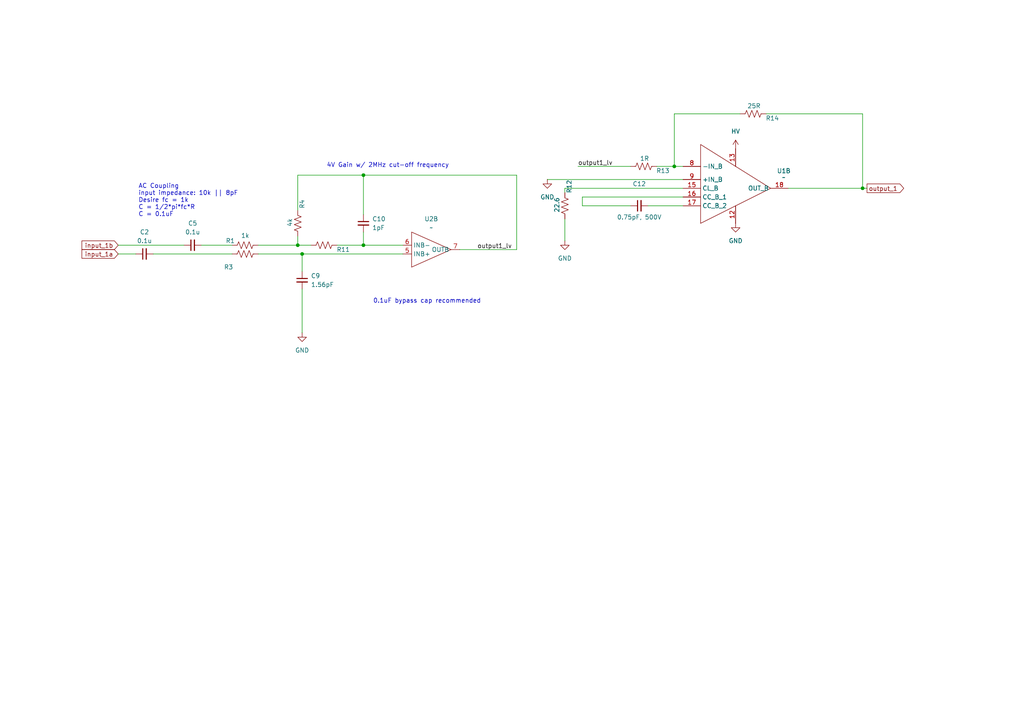
<source format=kicad_sch>
(kicad_sch (version 20231120) (generator "eeschema") (generator_version "8.0")
  (paper "A4")
  (lib_symbols
    (symbol "Device:C_Small" (pin_numbers hide) (pin_names (offset 0.254) hide)
      (property "Reference" "C" (at 0.254 1.778 0))
      (property "Value" "C_Small" (at 0.254 -2.032 0))
      (symbol "C_Small_0_1"
        (polyline (pts (xy -1.524 -0.508) (xy 1.524 -0.508)) (stroke (width 0.3302)))
        (polyline (pts (xy -1.524 0.508) (xy 1.524 0.508)) (stroke (width 0.3048)))
      )
      (symbol "C_Small_1_1"
        (pin passive line (at 0 2.54 270) (length 2.032) (name "~") (number "1"))
        (pin passive line (at 0 -2.54 90) (length 2.032) (name "~") (number "2"))
      )
    )
    (symbol "Device:R_US" (pin_numbers hide) (pin_names (offset 0))
      (property "Reference" "R" (at 2.54 0 90))
      (property "Value" "R_US" (at -2.54 0 90))
      (symbol "R_US_0_1"
        (polyline (pts (xy 0 -2.286) (xy 0 -2.54)))
        (polyline (pts (xy 0 2.286) (xy 0 2.54)))
        (polyline (pts (xy 0 -0.762) (xy 1.016 -1.143) (xy 0 -1.524) (xy -1.016 -1.905) (xy 0 -2.286)))
        (polyline (pts (xy 0 0.762) (xy 1.016 0.381) (xy 0 0) (xy -1.016 -0.381) (xy 0 -0.762)))
        (polyline (pts (xy 0 2.286) (xy 1.016 1.905) (xy 0 1.524) (xy -1.016 1.143) (xy 0 0.762)))
      )
      (symbol "R_US_1_1"
        (pin passive line (at 0 3.81 270) (length 1.27) (name "~") (number "1"))
        (pin passive line (at 0 -3.81 90) (length 1.27) (name "~") (number "2"))
      )
    )
    (symbol "_PHASE:OPA221A_2UNITS"
      (property "Reference" "U" (at -1.016 -1.524 0))
      (symbol "OPA221A_2UNITS_1_1"
        (polyline (pts (xy 0 0) (xy 0 10.16) (xy 11.43 5.08) (xy 0 0)))
        (pin input line (at 13.97 5.08 180) (length 2.54) (name "OUTA") (number "1"))
        (pin input line (at -2.54 6.35 0) (length 2.54) (name "INA-") (number "2"))
        (pin input line (at -2.54 3.81 0) (length 2.54) (name "INA+") (number "3"))
        (pin power_in line (at 6.35 0 90) (length 2.54) (name "") (number "4"))
        (pin power_in line (at 6.35 10.16 270) (length 2.54) (name "") (number "8"))
        (pin power_in line (at -2.54 1.27 0) (length 2.54) (name "EPAD") (number "EPAD"))
      )
      (symbol "OPA221A_2UNITS_2_1"
        (polyline (pts (xy 0 0) (xy 0 10.16) (xy 11.43 5.08) (xy 0 0)))
        (pin input line (at -2.54 3.81 0) (length 2.54) (name "INB+") (number "5"))
        (pin input line (at -2.54 6.35 0) (length 2.54) (name "INB-") (number "6"))
        (pin input line (at 13.97 5.08 180) (length 2.54) (name "OUTB") (number "7"))
      )
    )
    (symbol "_PHASE:PA343_2Units"
      (property "Reference" "U" (at 0 0 0))
      (symbol "PA343_2Units_1_1"
        (polyline (pts (xy 0 -3.81) (xy 0 19.05) (xy 20.32 6.35) (xy 0 -3.81)))
        (pin passive line (at 10.16 17.78 270) (length 5.08) (name "") (number "1"))
        (pin passive line (at -5.08 -1.27 0) (length 5.08) hide (name "NC_3") (number "10"))
        (pin passive line (at -5.08 -1.27 0) (length 5.08) hide (name "NC_4") (number "11"))
        (pin passive line (at -5.08 -1.27 0) (length 5.08) hide (name "NC_5") (number "14"))
        (pin passive line (at -5.08 -1.27 0) (length 5.08) hide (name "NC_6") (number "19"))
        (pin passive line (at -5.08 -1.27 0) (length 5.08) hide (name "NC_1") (number "2"))
        (pin passive line (at -5.08 12.7 0) (length 5.08) (name "-IN_A") (number "20"))
        (pin passive line (at -5.08 8.89 0) (length 5.08) (name "+IN_A") (number "21"))
        (pin passive line (at -5.08 -1.27 0) (length 5.08) hide (name "NC_7") (number "22"))
        (pin passive line (at -5.08 -1.27 0) (length 5.08) hide (name "NC_8") (number "23"))
        (pin passive line (at 10.16 -3.81 90) (length 5.08) (name "") (number "24"))
        (pin passive line (at -5.08 6.35 0) (length 5.08) (name "CL_A") (number "3"))
        (pin passive line (at -5.08 3.81 0) (length 5.08) (name "CC_A_1") (number "4"))
        (pin passive line (at -5.08 1.27 0) (length 5.08) (name "CC_A_2") (number "5"))
        (pin passive line (at 25.4 6.35 180) (length 5.08) (name "OUT_A") (number "6"))
        (pin passive line (at -5.08 -1.27 0) (length 5.08) hide (name "NC_2") (number "7"))
      )
      (symbol "PA343_2Units_2_1"
        (polyline (pts (xy 0 3.81) (xy 0 26.67) (xy 20.32 13.97) (xy 0 3.81)))
        (pin passive line (at 10.16 3.81 90) (length 5.08) (name "") (number "12"))
        (pin passive line (at 10.16 25.4 270) (length 5.08) (name "") (number "13"))
        (pin passive line (at -5.08 13.97 0) (length 5.08) (name "CL_B") (number "15"))
        (pin passive line (at -5.08 11.43 0) (length 5.08) (name "CC_B_1") (number "16"))
        (pin passive line (at -5.08 8.89 0) (length 5.08) (name "CC_B_2") (number "17"))
        (pin passive line (at 25.4 13.97 180) (length 5.08) (name "OUT_B") (number "18"))
        (pin passive line (at -5.08 20.32 0) (length 5.08) (name "-IN_B") (number "8"))
        (pin passive line (at -5.08 16.51 0) (length 5.08) (name "+IN_B") (number "9"))
      )
    )
    (symbol "power:+12V" (power) (pin_numbers hide) (pin_names (offset 0) hide)
      (property "Value" "+12V" (at 0 3.556 0))
      (symbol "+12V_0_1"
        (polyline (pts (xy -0.762 1.27) (xy 0 2.54)))
        (polyline (pts (xy 0 0) (xy 0 2.54)))
        (polyline (pts (xy 0 2.54) (xy 0.762 1.27)))
      )
      (symbol "+12V_1_1"
        (pin power_in line (at 0 0 90) (length 0) (name "~") (number "1"))
      )
    )
    (symbol "power:GND" (power) (pin_numbers hide) (pin_names (offset 0) hide)
      (property "Value" "GND" (at 0 -3.81 0))
      (symbol "GND_0_1"
        (polyline (pts (xy 0 0) (xy 0 -1.27) (xy 1.27 -1.27) (xy 0 -2.54) (xy -1.27 -1.27) (xy 0 -1.27)))
      )
      (symbol "GND_1_1"
        (pin power_in line (at 0 0 270) (length 0) (name "~") (number "1"))
      )
    )
  )
  (junction (at 250.19 54.61))
  (junction (at 86.36 71.12))
  (junction (at 105.41 71.12))
  (junction (at 195.58 48.26))
  (junction (at 105.41 50.8))
  (junction (at 87.63 73.66))
  (wire (pts (xy 190.5 48.26) (xy 195.58 48.26)))
  (wire (pts (xy 168.91 59.69) (xy 168.91 57.15)))
  (wire (pts (xy 86.36 50.8) (xy 105.41 50.8)))
  (wire (pts (xy 133.35 72.39) (xy 149.86 72.39)))
  (wire (pts (xy 74.93 73.66) (xy 87.63 73.66)))
  (wire (pts (xy 195.58 33.02) (xy 195.58 48.26)))
  (wire (pts (xy 34.29 73.66) (xy 39.37 73.66)))
  (wire (pts (xy 105.41 50.8) (xy 149.86 50.8)))
  (wire (pts (xy 187.96 59.69) (xy 198.12 59.69)))
  (wire (pts (xy 182.88 59.69) (xy 168.91 59.69)))
  (wire (pts (xy 105.41 71.12) (xy 97.79 71.12)))
  (wire (pts (xy 86.36 50.8) (xy 86.36 60.96)))
  (wire (pts (xy 105.41 50.8) (xy 105.41 62.23)))
  (wire (pts (xy 250.19 54.61) (xy 251.46 54.61)))
  (wire (pts (xy 105.41 67.31) (xy 105.41 71.12)))
  (wire (pts (xy 87.63 73.66) (xy 116.84 73.66)))
  (wire (pts (xy 163.83 54.61) (xy 163.83 55.88)))
  (wire (pts (xy 163.83 54.61) (xy 198.12 54.61)))
  (wire (pts (xy 214.63 33.02) (xy 195.58 33.02)))
  (wire (pts (xy 168.91 57.15) (xy 198.12 57.15)))
  (wire (pts (xy 44.45 73.66) (xy 67.31 73.66)))
  (wire (pts (xy 158.75 52.07) (xy 198.12 52.07)))
  (wire (pts (xy 87.63 83.82) (xy 87.63 96.52)))
  (wire (pts (xy 167.64 48.26) (xy 182.88 48.26)))
  (wire (pts (xy 163.83 63.5) (xy 163.83 69.85)))
  (wire (pts (xy 58.42 71.12) (xy 67.31 71.12)))
  (wire (pts (xy 149.86 50.8) (xy 149.86 72.39)))
  (wire (pts (xy 116.84 71.12) (xy 105.41 71.12)))
  (wire (pts (xy 86.36 68.58) (xy 86.36 71.12)))
  (wire (pts (xy 87.63 73.66) (xy 87.63 78.74)))
  (wire (pts (xy 86.36 71.12) (xy 90.17 71.12)))
  (wire (pts (xy 228.6 54.61) (xy 250.19 54.61)))
  (wire (pts (xy 74.93 71.12) (xy 86.36 71.12)))
  (wire (pts (xy 34.29 71.12) (xy 53.34 71.12)))
  (wire (pts (xy 195.58 48.26) (xy 198.12 48.26)))
  (wire (pts (xy 250.19 54.61) (xy 250.19 33.02)))
  (wire (pts (xy 222.25 33.02) (xy 250.19 33.02)))
  (text "AC Coupling\ninput impedance: 10k || 8pF\nDesire fc = 1k\nC = 1/2*pi*fc*R\nC = 0.1uF" (at 40.132 58.166 0) (effects (font (size 1.27 1.27)) (justify left)))
  (text "0.1uF bypass cap recommended\n" (at 108.204 87.376 0) (effects (font (size 1.27 1.27)) (justify left)))
  (text "4V Gain w/ 2MHz cut-off frequency" (at 94.742 48.006 0) (effects (font (size 1.27 1.27)) (justify left)))
  (label "output1_lv" (at 138.43 72.39 0))
  (label "output1_lv" (at 167.64 48.26 0))
  (global_label "output_1" (shape output) (at 251.46 54.61 0) (property "Intersheetrefs" "${INTERSHEET_REFS}" (effects (hide yes))))
  (global_label "input_1b" (shape input) (at 34.29 71.12 180) (property "Intersheetrefs" "${INTERSHEET_REFS}" (effects (hide yes))))
  (global_label "input_1a" (shape input) (at 34.29 73.66 180) (property "Intersheetrefs" "${INTERSHEET_REFS}" (effects (hide yes))))
  (symbol (lib_id "Device:R_US") (at 86.36 64.77 0) (unit 1)
    (property "Reference" "R4" (at 87.63 59.182 90))
    (property "Value" "4k" (at 84.074 64.516 90))
    (property "Footprint" "Resistor_SMD:R_0603_1608Metric" (effects (hide yes)))
    (property "Description" "Resistor, US symbol" (effects (hide yes)))
  )
  (symbol (lib_id "Device:C_Small") (at 55.88 71.12 90) (unit 1)
    (property "Reference" "C5" (at 55.8863 64.77 90))
    (property "Value" "0.1u" (at 55.8863 67.31 90))
    (property "Footprint" "Capacitor_SMD:C_0603_1608Metric" (effects (hide yes)))
    (property "Description" "Unpolarized capacitor, small symbol" (effects (hide yes)))
  )
  (symbol (lib_id "Device:C_Small") (at 41.91 73.66 90) (unit 1)
    (property "Reference" "C2" (at 41.9163 67.31 90))
    (property "Value" "0.1u" (at 41.9163 69.85 90))
    (property "Footprint" "Capacitor_SMD:C_0603_1608Metric" (effects (hide yes)))
    (property "Description" "Unpolarized capacitor, small symbol" (effects (hide yes)))
  )
  (symbol (lib_id "Device:R_US") (at 71.12 71.12 270) (unit 1)
    (property "Reference" "R1" (at 66.802 69.85 90))
    (property "Value" "1k" (at 71.12 68.326 90))
    (property "Footprint" "Resistor_SMD:R_0603_1608Metric" (effects (hide yes)))
    (property "Description" "Resistor, US symbol" (effects (hide yes)))
  )
  (symbol (lib_id "power:GND") (at 87.63 96.52 0) (unit 1)
    (property "Reference" "#PWR01" (effects (hide yes)))
    (property "Value" "GND" (at 87.63 101.6 0))
    (property "Description" "Power symbol creates a global label with name \"GND\" , ground" (effects (hide yes)))
  )
  (symbol (lib_id "Device:C_Small") (at 87.63 81.28 0) (unit 1)
    (property "Reference" "C9" (at 90.17 80.0162 0) (effects (justify left)))
    (property "Value" "1.56pF" (at 90.17 82.5562 0) (effects (justify left)))
    (property "Footprint" "Capacitor_SMD:C_0603_1608Metric" (effects (hide yes)))
    (property "Description" "Unpolarized capacitor, small symbol" (effects (hide yes)))
  )
  (symbol (lib_id "Device:R_US") (at 186.69 48.26 270) (unit 1)
    (property "Reference" "R13" (at 192.278 49.53 90))
    (property "Value" "1R" (at 186.944 45.974 90))
    (property "Footprint" "Resistor_SMD:R_0603_1608Metric" (effects (hide yes)))
    (property "Description" "Resistor, US symbol" (effects (hide yes)))
  )
  (symbol (lib_id "power:GND") (at 158.75 52.07 0) (unit 1)
    (property "Reference" "#PWR026" (effects (hide yes)))
    (property "Value" "GND" (at 158.75 57.15 0))
    (property "Description" "Power symbol creates a global label with name \"GND\" , ground" (effects (hide yes)))
  )
  (symbol (lib_id "power:GND") (at 213.36 64.77 0) (unit 1)
    (property "Reference" "#PWR034" (effects (hide yes)))
    (property "Value" "GND" (at 213.36 69.85 0))
    (property "Description" "Power symbol creates a global label with name \"GND\" , ground" (effects (hide yes)))
  )
  (symbol (lib_id "Device:R_US") (at 218.44 33.02 270) (unit 1)
    (property "Reference" "R14" (at 224.028 34.29 90))
    (property "Value" "25R" (at 218.694 30.734 90))
    (property "Footprint" "Resistor_SMD:R_0603_1608Metric" (effects (hide yes)))
    (property "Description" "Resistor, US symbol" (effects (hide yes)))
  )
  (symbol (lib_id "power:+12V") (at 213.36 43.18 0) (unit 1)
    (property "Reference" "#PWR060" (effects (hide yes)))
    (property "Value" "HV" (at 213.36 38.1 0))
    (property "Description" "Power symbol creates a global label with name \"+12V\"" (effects (hide yes)))
  )
  (symbol (lib_id "Device:R_US") (at 163.83 59.69 0) (unit 1)
    (property "Reference" "R12" (at 165.1 54.102 90))
    (property "Value" "22.6" (at 161.544 59.436 90))
    (property "Footprint" "Resistor_SMD:R_0603_1608Metric" (effects (hide yes)))
    (property "Description" "Resistor, US symbol" (effects (hide yes)))
  )
  (symbol (lib_id "_PHASE:PA343_2Units") (at 203.2 68.58 0) (unit 2)
    (property "Reference" "U1" (at 227.33 49.5614 0))
    (property "Value" "~" (at 227.33 51.4665 0))
    (property "Footprint" "726_footprints:PA341DF" (effects (hide yes)))
  )
  (symbol (lib_id "Device:R_US") (at 71.12 73.66 270) (unit 1)
    (property "Reference" "R3" (at 66.294 77.47 90))
    (property "Value" "R_US" (effects (hide yes)))
    (property "Footprint" "Resistor_SMD:R_0603_1608Metric" (effects (hide yes)))
    (property "Description" "Resistor, US symbol" (effects (hide yes)))
  )
  (symbol (lib_id "power:GND") (at 163.83 69.85 0) (unit 1)
    (property "Reference" "#PWR027" (effects (hide yes)))
    (property "Value" "GND" (at 163.83 74.93 0))
    (property "Description" "Power symbol creates a global label with name \"GND\" , ground" (effects (hide yes)))
  )
  (symbol (lib_id "Device:C_Small") (at 185.42 59.69 90) (unit 1)
    (property "Reference" "C12" (at 185.4263 53.34 90))
    (property "Value" "0.75pF, 500V" (at 185.42 62.992 90))
    (property "Footprint" "Capacitor_SMD:C_0805_2012Metric" (effects (hide yes)))
    (property "Description" "Unpolarized capacitor, small symbol" (effects (hide yes)))
  )
  (symbol (lib_id "Device:R_US") (at 93.98 71.12 270) (unit 1)
    (property "Reference" "R11" (at 99.568 72.39 90))
    (property "Value" "R_US" (effects (hide yes)))
    (property "Footprint" "Resistor_SMD:R_0603_1608Metric" (effects (hide yes)))
    (property "Description" "Resistor, US symbol" (effects (hide yes)))
  )
  (symbol (lib_id "Device:C_Small") (at 105.41 64.77 0) (unit 1)
    (property "Reference" "C10" (at 107.95 63.5062 0) (effects (justify left)))
    (property "Value" "1pF" (at 107.95 66.0462 0) (effects (justify left)))
    (property "Footprint" "Capacitor_SMD:C_0603_1608Metric" (effects (hide yes)))
    (property "Description" "Unpolarized capacitor, small symbol" (effects (hide yes)))
  )
  (symbol (lib_id "_PHASE:OPA221A_2UNITS") (at 119.38 77.47 0) (unit 2)
    (property "Reference" "U2" (at 125.095 63.5 0))
    (property "Value" "~" (at 125.095 66.04 0))
    (property "Footprint" "726_footprints:OPA2211AIDDAR_L" (effects (hide yes)))
  )
)
</source>
